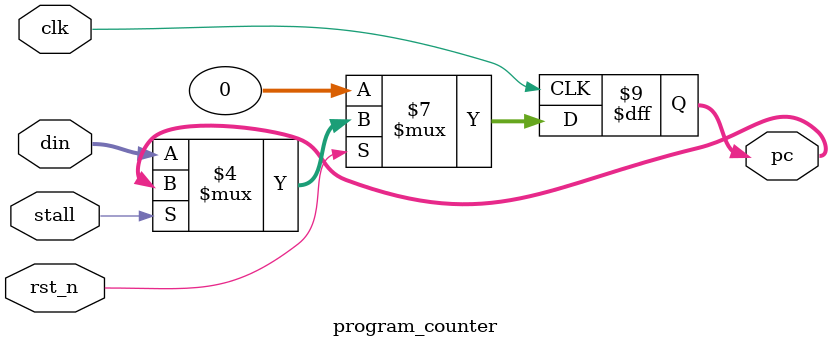
<source format=sv>

module program_counter
  #(parameter AW = 32)
  (
    input  logic clk,
    input  logic rst_n,
    input  logic stall,

    input  logic [AW-1:0] din,
    output logic [AW-1:0] pc
  );

  always_ff @(posedge clk)
  begin
    if( !rst_n )
      pc <= '0;
    else if (!stall)
      pc <= din;
  end

endmodule:program_counter

</source>
